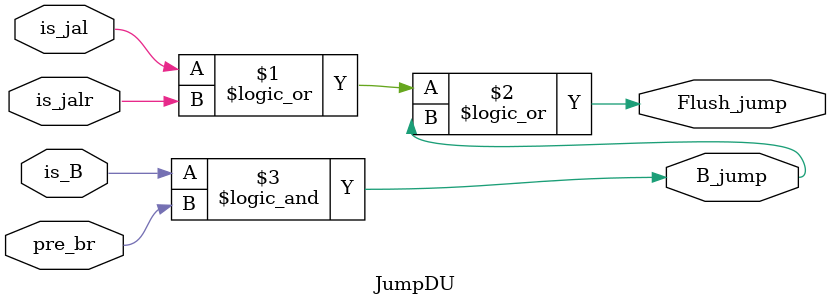
<source format=v>
module JumpDU (    //jump detection unit
   input wire is_jal,
   input wire is_jalr,

   input wire is_B,   //from controller
   input wire pre_br,

   output wire Flush_jump,
   output wire B_jump
);

   assign Flush_jump = is_jal || is_jalr || B_jump;
   assign B_jump = is_B && pre_br;
   
endmodule
</source>
